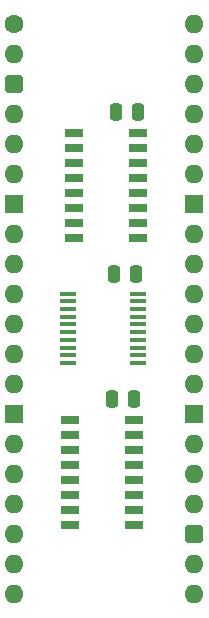
<source format=gts>
%TF.GenerationSoftware,KiCad,Pcbnew,8.0.4*%
%TF.CreationDate,2024-08-22T17:59:45+02:00*%
%TF.ProjectId,Selector 1-of-4 4bit with Input,53656c65-6374-46f7-9220-312d6f662d34,V0*%
%TF.SameCoordinates,PX54c81a0PY37b6b20*%
%TF.FileFunction,Soldermask,Top*%
%TF.FilePolarity,Negative*%
%FSLAX46Y46*%
G04 Gerber Fmt 4.6, Leading zero omitted, Abs format (unit mm)*
G04 Created by KiCad (PCBNEW 8.0.4) date 2024-08-22 17:59:45*
%MOMM*%
%LPD*%
G01*
G04 APERTURE LIST*
G04 Aperture macros list*
%AMRoundRect*
0 Rectangle with rounded corners*
0 $1 Rounding radius*
0 $2 $3 $4 $5 $6 $7 $8 $9 X,Y pos of 4 corners*
0 Add a 4 corners polygon primitive as box body*
4,1,4,$2,$3,$4,$5,$6,$7,$8,$9,$2,$3,0*
0 Add four circle primitives for the rounded corners*
1,1,$1+$1,$2,$3*
1,1,$1+$1,$4,$5*
1,1,$1+$1,$6,$7*
1,1,$1+$1,$8,$9*
0 Add four rect primitives between the rounded corners*
20,1,$1+$1,$2,$3,$4,$5,0*
20,1,$1+$1,$4,$5,$6,$7,0*
20,1,$1+$1,$6,$7,$8,$9,0*
20,1,$1+$1,$8,$9,$2,$3,0*%
G04 Aperture macros list end*
%ADD10R,1.550000X0.650000*%
%ADD11C,1.600000*%
%ADD12O,1.600000X1.600000*%
%ADD13RoundRect,0.400000X-0.400000X-0.400000X0.400000X-0.400000X0.400000X0.400000X-0.400000X0.400000X0*%
%ADD14R,1.600000X1.600000*%
%ADD15RoundRect,0.250000X0.250000X0.475000X-0.250000X0.475000X-0.250000X-0.475000X0.250000X-0.475000X0*%
%ADD16R,1.475000X0.450000*%
G04 APERTURE END LIST*
D10*
%TO.C,IC1*%
X4710000Y-33528000D03*
X4710000Y-34798000D03*
X4710000Y-36068000D03*
X4710000Y-37338000D03*
X4710000Y-38608000D03*
X4710000Y-39878000D03*
X4710000Y-41148000D03*
X4710000Y-42418000D03*
X10160000Y-42418000D03*
X10160000Y-41148000D03*
X10160000Y-39878000D03*
X10160000Y-38608000D03*
X10160000Y-37338000D03*
X10160000Y-36068000D03*
X10160000Y-34798000D03*
X10160000Y-33528000D03*
%TD*%
%TO.C,IC6*%
X5022000Y-9271000D03*
X5022000Y-10541000D03*
X5022000Y-11811000D03*
X5022000Y-13081000D03*
X5022000Y-14351000D03*
X5022000Y-15621000D03*
X5022000Y-16891000D03*
X5022000Y-18161000D03*
X10472000Y-18161000D03*
X10472000Y-16891000D03*
X10472000Y-15621000D03*
X10472000Y-14351000D03*
X10472000Y-13081000D03*
X10472000Y-11811000D03*
X10472000Y-10541000D03*
X10472000Y-9271000D03*
%TD*%
D11*
%TO.C,J2*%
X0Y0D03*
D12*
X0Y-2540000D03*
D13*
X0Y-5080000D03*
D12*
X0Y-7620000D03*
X0Y-10160000D03*
X0Y-12700000D03*
D14*
X0Y-15240000D03*
D12*
X0Y-17780000D03*
X0Y-20320000D03*
X0Y-22860000D03*
X0Y-25400000D03*
X0Y-27940000D03*
X0Y-30480000D03*
D14*
X0Y-33020000D03*
D12*
X0Y-35560000D03*
X0Y-38100000D03*
X0Y-40640000D03*
X0Y-43180000D03*
X0Y-45720000D03*
X0Y-48260000D03*
X15240000Y-48260000D03*
X15240000Y-45720000D03*
D13*
X15240000Y-43180000D03*
D12*
X15240000Y-40640000D03*
X15240000Y-38100000D03*
X15240000Y-35560000D03*
D14*
X15240000Y-33020000D03*
D12*
X15240000Y-30480000D03*
X15240000Y-27940000D03*
X15240000Y-25400000D03*
X15240000Y-22860000D03*
X15240000Y-20320000D03*
X15240000Y-17780000D03*
D14*
X15240000Y-15240000D03*
D12*
X15240000Y-12700000D03*
X15240000Y-10160000D03*
X15240000Y-7620000D03*
X15240000Y-5080000D03*
X15240000Y-2540000D03*
X15240000Y0D03*
%TD*%
D15*
%TO.C,C3*%
X10147000Y-31750000D03*
X8247000Y-31750000D03*
%TD*%
%TO.C,C1*%
X10459000Y-7493000D03*
X8559000Y-7493000D03*
%TD*%
D16*
%TO.C,IC3*%
X4555000Y-22856000D03*
X4555000Y-23506000D03*
X4555000Y-24156000D03*
X4555000Y-24806000D03*
X4555000Y-25456000D03*
X4555000Y-26106000D03*
X4555000Y-26756000D03*
X4555000Y-27406000D03*
X4555000Y-28056000D03*
X4555000Y-28706000D03*
X10431000Y-28706000D03*
X10431000Y-28056000D03*
X10431000Y-27406000D03*
X10431000Y-26756000D03*
X10431000Y-26106000D03*
X10431000Y-25456000D03*
X10431000Y-24806000D03*
X10431000Y-24156000D03*
X10431000Y-23506000D03*
X10431000Y-22856000D03*
%TD*%
D15*
%TO.C,C2*%
X10318000Y-21173000D03*
X8418000Y-21173000D03*
%TD*%
M02*

</source>
